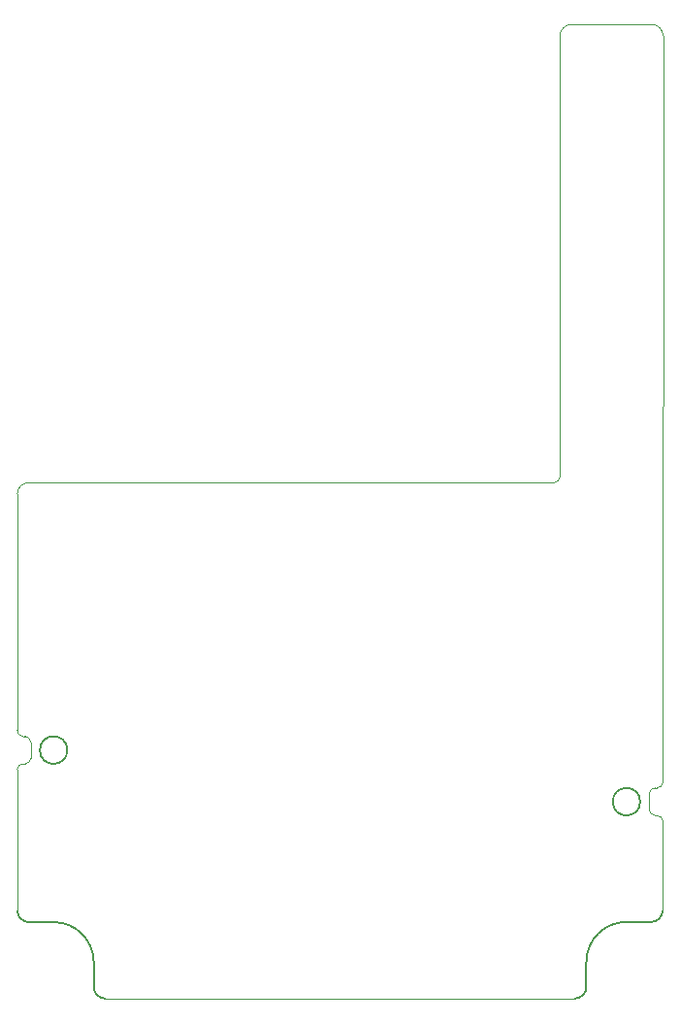
<source format=gbr>
%TF.GenerationSoftware,KiCad,Pcbnew,7.0.1*%
%TF.CreationDate,2024-08-11T10:53:17-07:00*%
%TF.ProjectId,agbc,61676263-2e6b-4696-9361-645f70636258,X4/X5*%
%TF.SameCoordinates,Original*%
%TF.FileFunction,Profile,NP*%
%FSLAX46Y46*%
G04 Gerber Fmt 4.6, Leading zero omitted, Abs format (unit mm)*
G04 Created by KiCad (PCBNEW 7.0.1) date 2024-08-11 10:53:17*
%MOMM*%
%LPD*%
G01*
G04 APERTURE LIST*
%TA.AperFunction,Profile*%
%ADD10C,0.100000*%
%TD*%
%TA.AperFunction,Profile*%
%ADD11C,0.200000*%
%TD*%
G04 APERTURE END LIST*
D10*
X108400000Y-112400000D02*
G75*
G03*
X108900000Y-111900000I0J500000D01*
G01*
X164099600Y-48900375D02*
G75*
G03*
X163099625Y-47900000I-1000000J375D01*
G01*
D11*
X163065030Y-126184430D02*
G75*
G03*
X164065030Y-125184872I-30J1000030D01*
G01*
D10*
X163575188Y-114499998D02*
X163400000Y-114499998D01*
X164075188Y-114000186D02*
X164099624Y-48900375D01*
X154600000Y-87871600D02*
G75*
G03*
X155100000Y-87371572I0J500000D01*
G01*
D11*
X160899027Y-126184420D02*
X163065030Y-126184420D01*
D10*
X154600000Y-87871572D02*
X108728272Y-87871572D01*
D11*
X160899027Y-126184427D02*
G75*
G03*
X157399027Y-129684420I-27J-3499973D01*
G01*
X114400000Y-129700000D02*
G75*
G03*
X110900000Y-126200000I-3500000J0D01*
G01*
D10*
X108900000Y-111200000D02*
X108900000Y-111900000D01*
X164074402Y-117400600D02*
G75*
G03*
X163574398Y-116899998I-500002J600D01*
G01*
X108728272Y-87871572D02*
G75*
G03*
X107728272Y-88871417I28J-1000028D01*
G01*
X164074398Y-117400600D02*
X164065030Y-125184872D01*
D11*
X157399027Y-131863908D02*
X157399027Y-129684420D01*
D10*
X163099625Y-47900000D02*
X156100000Y-47900000D01*
X107728272Y-88871417D02*
X107725077Y-109499923D01*
X108900000Y-110500000D02*
G75*
G03*
X108400000Y-110000000I-500000J0D01*
G01*
D11*
X108735935Y-126200000D02*
X110900000Y-126200000D01*
D10*
X108900000Y-111200000D02*
X108900000Y-110500000D01*
D11*
X112100000Y-111199999D02*
G75*
G03*
X112100000Y-111199999I-1200000J0D01*
G01*
D10*
X162900000Y-115699998D02*
X162900000Y-116399998D01*
D11*
X156399026Y-132863927D02*
G75*
G03*
X157399027Y-131863908I-26J1000027D01*
G01*
D10*
X163575188Y-114499988D02*
G75*
G03*
X164075188Y-114000186I12J499988D01*
G01*
D11*
X114399936Y-131863864D02*
G75*
G03*
X115399999Y-132863864I1000064J64D01*
G01*
D10*
X156399026Y-132863908D02*
X115399999Y-132863864D01*
X107725100Y-109499923D02*
G75*
G03*
X108225077Y-110000000I500000J-77D01*
G01*
D11*
X162100000Y-115699999D02*
G75*
G03*
X162100000Y-115699999I-1200000J0D01*
G01*
D10*
X163574398Y-116899998D02*
X163400000Y-116899998D01*
D11*
X107735900Y-125200201D02*
G75*
G03*
X108735935Y-126200000I1000000J201D01*
G01*
D10*
X108225427Y-112400000D02*
X108400000Y-112400000D01*
X155100000Y-48900000D02*
X155100000Y-87371572D01*
X108225427Y-112400028D02*
G75*
G03*
X107725428Y-112900427I-27J-499972D01*
G01*
D11*
X114400000Y-129700000D02*
X114400000Y-131863864D01*
D10*
X107735935Y-125200201D02*
X107725428Y-112900427D01*
X108225077Y-110000000D02*
X108400000Y-110000000D01*
X163400000Y-114500000D02*
G75*
G03*
X162900000Y-114999998I0J-500000D01*
G01*
X162900000Y-115699998D02*
X162900000Y-114999998D01*
X156100000Y-47900000D02*
G75*
G03*
X155100000Y-48900000I0J-1000000D01*
G01*
X162900002Y-116399998D02*
G75*
G03*
X163400000Y-116899998I499998J-2D01*
G01*
M02*

</source>
